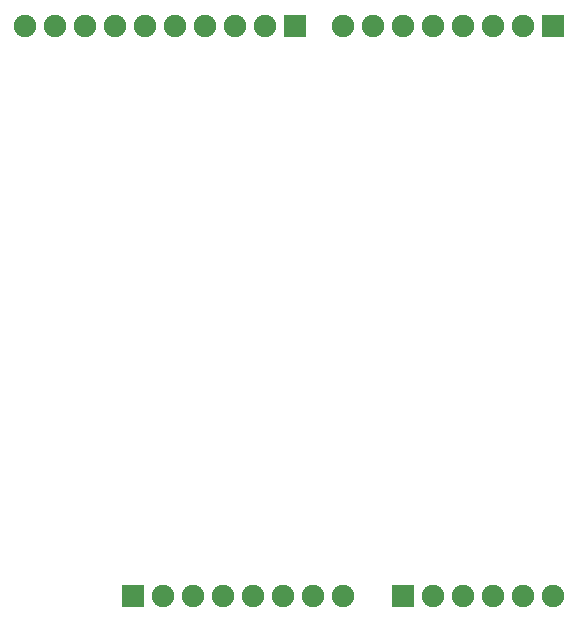
<source format=gbs>
G04 DipTrace 3.1.0.0*
G04 ArduinoUnoHOBO.gbs*
%MOIN*%
G04 #@! TF.FileFunction,Soldermask,Bot*
G04 #@! TF.Part,Single*
%ADD63C,0.074929*%
%ADD65R,0.074929X0.074929*%
%FSLAX26Y26*%
G04*
G70*
G90*
G75*
G01*
G04 BotMask*
%LPD*%
D65*
X2394000Y494000D3*
D63*
X2494000D3*
X2594000D3*
X2694000D3*
X2794000D3*
X2894000D3*
D65*
Y2394000D3*
D63*
X2794000D3*
X2694000D3*
X2594000D3*
X2494000D3*
X2394000D3*
X2294000D3*
X2194000D3*
D65*
X2034000D3*
D63*
X1934000D3*
X1834000D3*
X1734000D3*
X1634000D3*
X1534000D3*
X1434000D3*
X1334000D3*
X1234000D3*
X1134000D3*
D65*
X1494000Y494000D3*
D63*
X1594000D3*
X1694000D3*
X1794000D3*
X1894000D3*
X1994000D3*
X2094000D3*
X2194000D3*
M02*

</source>
